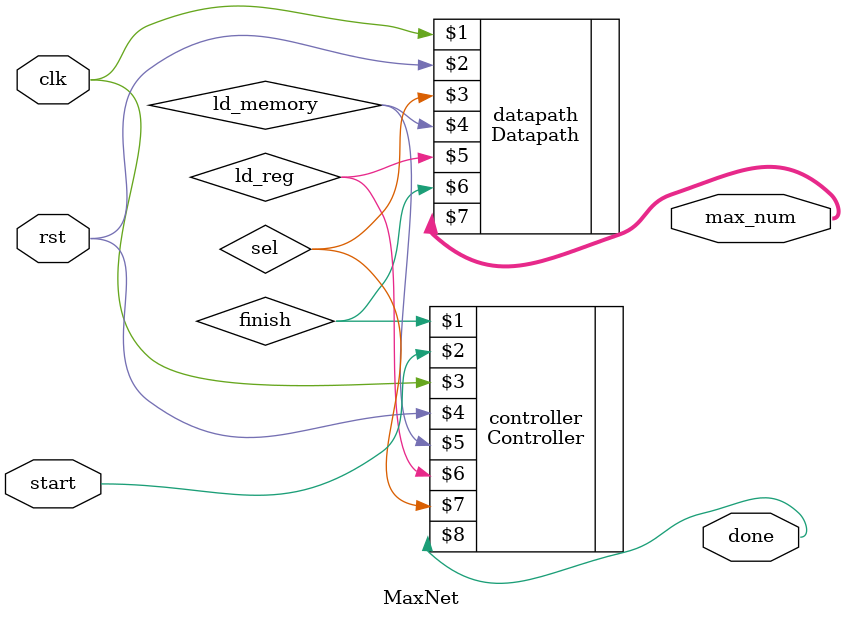
<source format=v>
module MaxNet(input clk,rst,start,
            output done,
            output [31:0] max_num);
            
    wire ld_reg,ld_memory,sel,finish;

    //wiring controller and datapath
    Controller controller(finish, start, clk, rst, ld_memory, ld_reg, sel,done);
    Datapath datapath(clk,rst,sel,ld_memory,ld_reg,finish,max_num);
endmodule
</source>
